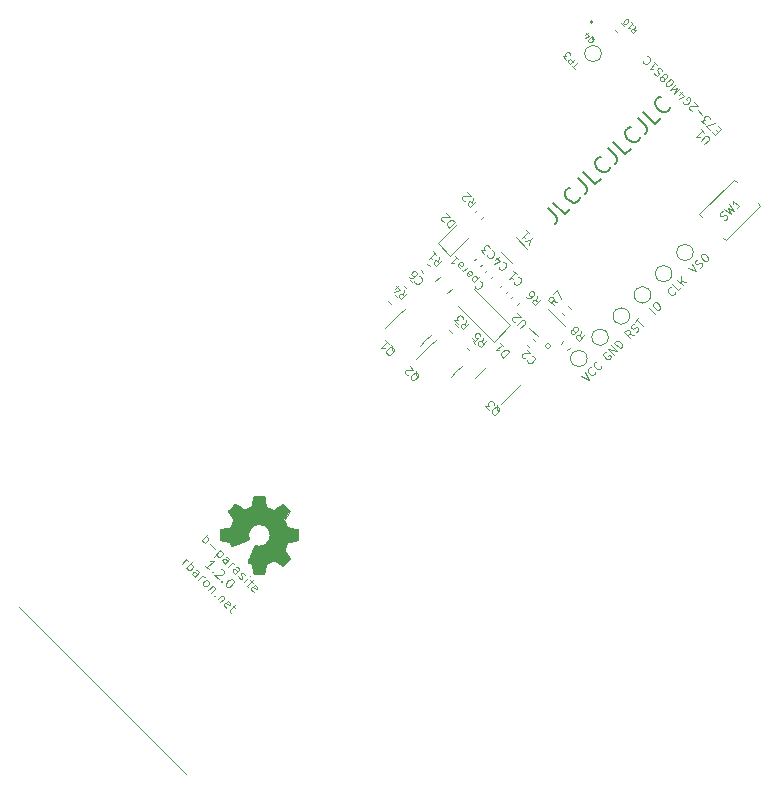
<source format=gbr>
G04 #@! TF.GenerationSoftware,KiCad,Pcbnew,(6.0.9)*
G04 #@! TF.CreationDate,2022-11-30T18:40:26+01:00*
G04 #@! TF.ProjectId,parasite - 45deg,70617261-7369-4746-9520-2d2034356465,1.2.0*
G04 #@! TF.SameCoordinates,Original*
G04 #@! TF.FileFunction,Legend,Top*
G04 #@! TF.FilePolarity,Positive*
%FSLAX46Y46*%
G04 Gerber Fmt 4.6, Leading zero omitted, Abs format (unit mm)*
G04 Created by KiCad (PCBNEW (6.0.9)) date 2022-11-30 18:40:26*
%MOMM*%
%LPD*%
G01*
G04 APERTURE LIST*
%ADD10C,0.120000*%
%ADD11C,0.100000*%
%ADD12C,0.200000*%
%ADD13C,0.010000*%
G04 APERTURE END LIST*
D10*
X59570174Y-90537689D02*
X73712309Y-104679825D01*
X104530032Y-68405247D02*
G75*
G03*
X104530032Y-68405247I-199999J0D01*
G01*
D11*
X75013656Y-84872483D02*
X75579341Y-84306798D01*
X75363842Y-84522297D02*
X75444654Y-84549235D01*
X75552404Y-84656984D01*
X75579341Y-84737796D01*
X75579341Y-84791671D01*
X75552404Y-84872483D01*
X75390779Y-85034108D01*
X75309967Y-85061045D01*
X75256092Y-85061045D01*
X75175280Y-85034108D01*
X75067530Y-84926358D01*
X75040593Y-84845546D01*
X75740966Y-85168795D02*
X76171964Y-85599793D01*
X76602962Y-85707543D02*
X76037277Y-86273228D01*
X76576025Y-85734480D02*
X76656837Y-85761418D01*
X76764587Y-85869167D01*
X76791524Y-85949979D01*
X76791524Y-86003854D01*
X76764587Y-86084666D01*
X76602962Y-86246291D01*
X76522150Y-86273228D01*
X76468275Y-86273228D01*
X76387463Y-86246291D01*
X76279714Y-86138541D01*
X76252776Y-86057729D01*
X76980086Y-86838914D02*
X77276397Y-86542602D01*
X77303335Y-86461790D01*
X77276397Y-86380978D01*
X77168648Y-86273228D01*
X77087836Y-86246291D01*
X77007023Y-86811976D02*
X76926211Y-86785039D01*
X76791524Y-86650352D01*
X76764587Y-86569540D01*
X76791524Y-86488727D01*
X76845399Y-86434853D01*
X76926211Y-86407915D01*
X77007023Y-86434853D01*
X77141710Y-86569540D01*
X77222523Y-86596477D01*
X77249460Y-87108288D02*
X77626584Y-86731164D01*
X77518834Y-86838914D02*
X77599646Y-86811976D01*
X77653521Y-86811976D01*
X77734333Y-86838914D01*
X77788208Y-86892788D01*
X77842083Y-87700910D02*
X78138394Y-87404599D01*
X78165332Y-87323787D01*
X78138394Y-87242975D01*
X78030645Y-87135225D01*
X77949832Y-87108288D01*
X77869020Y-87673973D02*
X77788208Y-87647036D01*
X77653521Y-87512349D01*
X77626584Y-87431536D01*
X77653521Y-87350724D01*
X77707396Y-87296849D01*
X77788208Y-87269912D01*
X77869020Y-87296849D01*
X78003707Y-87431536D01*
X78084519Y-87458474D01*
X78111457Y-87916410D02*
X78138394Y-87997222D01*
X78246144Y-88104971D01*
X78326956Y-88131909D01*
X78407768Y-88104971D01*
X78434706Y-88078034D01*
X78461643Y-87997222D01*
X78434706Y-87916410D01*
X78353893Y-87835597D01*
X78326956Y-87754785D01*
X78353893Y-87673973D01*
X78380831Y-87647036D01*
X78461643Y-87620098D01*
X78542455Y-87647036D01*
X78623267Y-87727848D01*
X78650205Y-87808660D01*
X78569393Y-88428220D02*
X78946516Y-88051097D01*
X79135078Y-87862535D02*
X79081203Y-87862535D01*
X79081203Y-87916410D01*
X79135078Y-87916410D01*
X79135078Y-87862535D01*
X79081203Y-87916410D01*
X79135078Y-88239658D02*
X79350577Y-88455158D01*
X79404452Y-88131909D02*
X78919579Y-88616782D01*
X78892641Y-88697594D01*
X78919579Y-88778406D01*
X78973454Y-88832281D01*
X79404452Y-89209405D02*
X79323640Y-89182468D01*
X79215890Y-89074718D01*
X79188953Y-88993906D01*
X79215890Y-88913093D01*
X79431389Y-88697594D01*
X79512202Y-88670657D01*
X79593014Y-88697594D01*
X79700763Y-88805344D01*
X79727701Y-88886156D01*
X79700763Y-88966968D01*
X79646889Y-89020843D01*
X79323640Y-88805344D01*
X75638334Y-87318669D02*
X75315085Y-86995420D01*
X75476709Y-87157045D02*
X76042395Y-86591359D01*
X75907708Y-86618297D01*
X75799958Y-86618297D01*
X75719146Y-86591359D01*
X75934645Y-87507231D02*
X75934645Y-87561106D01*
X75880770Y-87561106D01*
X75880770Y-87507231D01*
X75934645Y-87507231D01*
X75880770Y-87561106D01*
X76635017Y-87291732D02*
X76688892Y-87291732D01*
X76769704Y-87318669D01*
X76904391Y-87453356D01*
X76931329Y-87534168D01*
X76931329Y-87588043D01*
X76904391Y-87668855D01*
X76850517Y-87722730D01*
X76742767Y-87776605D01*
X76096269Y-87776605D01*
X76446456Y-88126791D01*
X76742767Y-88315353D02*
X76742767Y-88369228D01*
X76688892Y-88369228D01*
X76688892Y-88315353D01*
X76742767Y-88315353D01*
X76688892Y-88369228D01*
X77631701Y-88180666D02*
X77685576Y-88234541D01*
X77712513Y-88315353D01*
X77712513Y-88369228D01*
X77685576Y-88450040D01*
X77604764Y-88584727D01*
X77470077Y-88719414D01*
X77335390Y-88800226D01*
X77254578Y-88827164D01*
X77200703Y-88827164D01*
X77119891Y-88800226D01*
X77066016Y-88746351D01*
X77039078Y-88665539D01*
X77039078Y-88611664D01*
X77066016Y-88530852D01*
X77146828Y-88396165D01*
X77281515Y-88261478D01*
X77416202Y-88180666D01*
X77497014Y-88153729D01*
X77550889Y-88153729D01*
X77631701Y-88180666D01*
X73340303Y-86842147D02*
X73717427Y-86465023D01*
X73609677Y-86572773D02*
X73690490Y-86545836D01*
X73744364Y-86545836D01*
X73825177Y-86572773D01*
X73879051Y-86626648D01*
X73690490Y-87192333D02*
X74256175Y-86626648D01*
X74040676Y-86842147D02*
X74121488Y-86869084D01*
X74229238Y-86976834D01*
X74256175Y-87057646D01*
X74256175Y-87111521D01*
X74229238Y-87192333D01*
X74067613Y-87353958D01*
X73986801Y-87380895D01*
X73932926Y-87380895D01*
X73852114Y-87353958D01*
X73744364Y-87246208D01*
X73717427Y-87165396D01*
X74444737Y-87946580D02*
X74741048Y-87650269D01*
X74767986Y-87569457D01*
X74741048Y-87488645D01*
X74633299Y-87380895D01*
X74552486Y-87353958D01*
X74471674Y-87919643D02*
X74390862Y-87892706D01*
X74256175Y-87758019D01*
X74229238Y-87677206D01*
X74256175Y-87596394D01*
X74310050Y-87542519D01*
X74390862Y-87515582D01*
X74471674Y-87542519D01*
X74606361Y-87677206D01*
X74687173Y-87704144D01*
X74714111Y-88215954D02*
X75091234Y-87838831D01*
X74983485Y-87946580D02*
X75064297Y-87919643D01*
X75118172Y-87919643D01*
X75198984Y-87946580D01*
X75252859Y-88000455D01*
X75145109Y-88646953D02*
X75118172Y-88566141D01*
X75118172Y-88512266D01*
X75145109Y-88431454D01*
X75306734Y-88269829D01*
X75387546Y-88242892D01*
X75441421Y-88242892D01*
X75522233Y-88269829D01*
X75603045Y-88350641D01*
X75629982Y-88431454D01*
X75629982Y-88485328D01*
X75603045Y-88566141D01*
X75441421Y-88727765D01*
X75360608Y-88754703D01*
X75306734Y-88754703D01*
X75225921Y-88727765D01*
X75145109Y-88646953D01*
X75953231Y-88700828D02*
X75576108Y-89077951D01*
X75899357Y-88754703D02*
X75953231Y-88754703D01*
X76034044Y-88781640D01*
X76114856Y-88862452D01*
X76141793Y-88943264D01*
X76114856Y-89024077D01*
X75818544Y-89320388D01*
X76141793Y-89535887D02*
X76141793Y-89589762D01*
X76087918Y-89589762D01*
X76087918Y-89535887D01*
X76141793Y-89535887D01*
X76087918Y-89589762D01*
X76734416Y-89482012D02*
X76357292Y-89859136D01*
X76680541Y-89535887D02*
X76734416Y-89535887D01*
X76815228Y-89562825D01*
X76896040Y-89643637D01*
X76922978Y-89724449D01*
X76896040Y-89805261D01*
X76599729Y-90101573D01*
X77111540Y-90559508D02*
X77030727Y-90532571D01*
X76922978Y-90424821D01*
X76896040Y-90344009D01*
X76922978Y-90263197D01*
X77138477Y-90047698D01*
X77219289Y-90020760D01*
X77300101Y-90047698D01*
X77407851Y-90155447D01*
X77434788Y-90236260D01*
X77407851Y-90317072D01*
X77353976Y-90370947D01*
X77030727Y-90155447D01*
X77650288Y-90397884D02*
X77865787Y-90613383D01*
X77919662Y-90290134D02*
X77434788Y-90775008D01*
X77407851Y-90855820D01*
X77434788Y-90936632D01*
X77488663Y-90990507D01*
D12*
X104306462Y-56737984D02*
X105013569Y-57445091D01*
X105107850Y-57633653D01*
X105107850Y-57822215D01*
X105013569Y-58010776D01*
X104919288Y-58105057D01*
X106239221Y-56785125D02*
X105767816Y-57256529D01*
X104777867Y-56266580D01*
X107040609Y-55795175D02*
X107040609Y-55889456D01*
X106946328Y-56078018D01*
X106852047Y-56172299D01*
X106663485Y-56266580D01*
X106474923Y-56266580D01*
X106333502Y-56219439D01*
X106097800Y-56078018D01*
X105956378Y-55936596D01*
X105814957Y-55700894D01*
X105767816Y-55559473D01*
X105767816Y-55370911D01*
X105862097Y-55182349D01*
X105956378Y-55088068D01*
X106144940Y-54993787D01*
X106239221Y-54993787D01*
X106852047Y-54192400D02*
X107559154Y-54899507D01*
X107653435Y-55088068D01*
X107653435Y-55276630D01*
X107559154Y-55465192D01*
X107464873Y-55559473D01*
X108784805Y-54239540D02*
X108313401Y-54710945D01*
X107323451Y-53720995D01*
X109586193Y-53249591D02*
X109586193Y-53343872D01*
X109491912Y-53532433D01*
X109397631Y-53626714D01*
X109209069Y-53720995D01*
X109020508Y-53720995D01*
X108879086Y-53673855D01*
X108643384Y-53532433D01*
X108501963Y-53391012D01*
X108360541Y-53155310D01*
X108313401Y-53013888D01*
X108313401Y-52825327D01*
X108407682Y-52636765D01*
X108501963Y-52542484D01*
X108690524Y-52448203D01*
X108784805Y-52448203D01*
X109397631Y-51646815D02*
X110104738Y-52353922D01*
X110199019Y-52542484D01*
X110199019Y-52731046D01*
X110104738Y-52919608D01*
X110010457Y-53013888D01*
X111330390Y-51693956D02*
X110858985Y-52165360D01*
X109869036Y-51175411D01*
X112131777Y-50704006D02*
X112131777Y-50798287D01*
X112037497Y-50986849D01*
X111943216Y-51081130D01*
X111754654Y-51175411D01*
X111566092Y-51175411D01*
X111424671Y-51128270D01*
X111188968Y-50986849D01*
X111047547Y-50845428D01*
X110906126Y-50609725D01*
X110858985Y-50468304D01*
X110858985Y-50279742D01*
X110953266Y-50091180D01*
X111047547Y-49996900D01*
X111236109Y-49902619D01*
X111330390Y-49902619D01*
X111943216Y-49101231D02*
X112650322Y-49808338D01*
X112744603Y-49996900D01*
X112744603Y-50185461D01*
X112650322Y-50374023D01*
X112556042Y-50468304D01*
X113875974Y-49148371D02*
X113404570Y-49619776D01*
X112414620Y-48629826D01*
X114677362Y-48158422D02*
X114677362Y-48252703D01*
X114583081Y-48441265D01*
X114488800Y-48535545D01*
X114300238Y-48629826D01*
X114111676Y-48629826D01*
X113970255Y-48582686D01*
X113734553Y-48441265D01*
X113593132Y-48299843D01*
X113451710Y-48064141D01*
X113404570Y-47922720D01*
X113404570Y-47734158D01*
X113498851Y-47545596D01*
X113593132Y-47451315D01*
X113781693Y-47357034D01*
X113875974Y-47357034D01*
D10*
X101831588Y-62583401D02*
X101878728Y-62583401D01*
X101973009Y-62630541D01*
X102020150Y-62677681D01*
X102067290Y-62771962D01*
X102067290Y-62866243D01*
X102043720Y-62936954D01*
X101973009Y-63054805D01*
X101902299Y-63125516D01*
X101784448Y-63196226D01*
X101713737Y-63219797D01*
X101619456Y-63219797D01*
X101525175Y-63172656D01*
X101478035Y-63125516D01*
X101430894Y-63031235D01*
X101430894Y-62984094D01*
X101407324Y-62064856D02*
X101690167Y-62347698D01*
X101548745Y-62206277D02*
X101053771Y-62701252D01*
X101171622Y-62677681D01*
X101265903Y-62677681D01*
X101336613Y-62701252D01*
X93417018Y-62512690D02*
X93464158Y-62512690D01*
X93558439Y-62559830D01*
X93605580Y-62606970D01*
X93652720Y-62701251D01*
X93652720Y-62795532D01*
X93629150Y-62866243D01*
X93558439Y-62984094D01*
X93487729Y-63054805D01*
X93369878Y-63125515D01*
X93299167Y-63149086D01*
X93204886Y-63149086D01*
X93110605Y-63101945D01*
X93063465Y-63054805D01*
X93016324Y-62960524D01*
X93016324Y-62913383D01*
X92544920Y-62536260D02*
X92639201Y-62630541D01*
X92709911Y-62654111D01*
X92757052Y-62654111D01*
X92874903Y-62630541D01*
X92992754Y-62559830D01*
X93181316Y-62371268D01*
X93204886Y-62300558D01*
X93204886Y-62253417D01*
X93181316Y-62182706D01*
X93087035Y-62088426D01*
X93016324Y-62064855D01*
X92969184Y-62064855D01*
X92898473Y-62088426D01*
X92780622Y-62206277D01*
X92757052Y-62276987D01*
X92757052Y-62324128D01*
X92780622Y-62394838D01*
X92874903Y-62489119D01*
X92945613Y-62512690D01*
X92992754Y-62512690D01*
X93063465Y-62489119D01*
X103424314Y-64172655D02*
X103353604Y-64573349D01*
X103707157Y-64455498D02*
X103212182Y-64950473D01*
X103023621Y-64761911D01*
X103000050Y-64691200D01*
X103000050Y-64644060D01*
X103023621Y-64573349D01*
X103094331Y-64502638D01*
X103165042Y-64479068D01*
X103212182Y-64479068D01*
X103282893Y-64502638D01*
X103471455Y-64691200D01*
X102505076Y-64243366D02*
X102599357Y-64337647D01*
X102670067Y-64361217D01*
X102717208Y-64361217D01*
X102835059Y-64337647D01*
X102952910Y-64266936D01*
X103141472Y-64078374D01*
X103165042Y-64007664D01*
X103165042Y-63960523D01*
X103141472Y-63889812D01*
X103047191Y-63795532D01*
X102976480Y-63771961D01*
X102929340Y-63771961D01*
X102858629Y-63795532D01*
X102740778Y-63913383D01*
X102717208Y-63984093D01*
X102717208Y-64031234D01*
X102740778Y-64101944D01*
X102835059Y-64196225D01*
X102905769Y-64219796D01*
X102952910Y-64219796D01*
X103023621Y-64196225D01*
X98838169Y-67698139D02*
X98767459Y-68098833D01*
X99121012Y-67980982D02*
X98626037Y-68475957D01*
X98437476Y-68287395D01*
X98413905Y-68216684D01*
X98413905Y-68169544D01*
X98437476Y-68098833D01*
X98508186Y-68028122D01*
X98578897Y-68004552D01*
X98626037Y-68004552D01*
X98696748Y-68028122D01*
X98885310Y-68216684D01*
X97895360Y-67745280D02*
X98131063Y-67980982D01*
X98390335Y-67768850D01*
X98343195Y-67768850D01*
X98272484Y-67745280D01*
X98154633Y-67627428D01*
X98131063Y-67556718D01*
X98131063Y-67509577D01*
X98154633Y-67438867D01*
X98272484Y-67321016D01*
X98343195Y-67297445D01*
X98390335Y-67297445D01*
X98461046Y-67321016D01*
X98578897Y-67438867D01*
X98602467Y-67509577D01*
X98602467Y-67556718D01*
X92120656Y-63667630D02*
X92049946Y-64068324D01*
X92403499Y-63950473D02*
X91908524Y-64445448D01*
X91719963Y-64256886D01*
X91696392Y-64186175D01*
X91696392Y-64139035D01*
X91719963Y-64068324D01*
X91790673Y-63997613D01*
X91861384Y-63974043D01*
X91908524Y-63974043D01*
X91979235Y-63997613D01*
X92167797Y-64186175D01*
X91366409Y-63573349D02*
X91696392Y-63243366D01*
X91295699Y-63879762D02*
X91767103Y-63644060D01*
X91460690Y-63337647D01*
X97353245Y-66213215D02*
X97282535Y-66613909D01*
X97636088Y-66496058D02*
X97141113Y-66991033D01*
X96952552Y-66802471D01*
X96928981Y-66731760D01*
X96928981Y-66684620D01*
X96952552Y-66613909D01*
X97023262Y-66543198D01*
X97093973Y-66519628D01*
X97141113Y-66519628D01*
X97211824Y-66543198D01*
X97400386Y-66731760D01*
X96693279Y-66543198D02*
X96386866Y-66236785D01*
X96740420Y-66213215D01*
X96669709Y-66142504D01*
X96646139Y-66071794D01*
X96646139Y-66024653D01*
X96669709Y-65953943D01*
X96787560Y-65836092D01*
X96858271Y-65812521D01*
X96905411Y-65812521D01*
X96976122Y-65836092D01*
X97117543Y-65977513D01*
X97141113Y-66048224D01*
X97141113Y-66095364D01*
X95069290Y-60860417D02*
X94998580Y-61261111D01*
X95352133Y-61143260D02*
X94857158Y-61638235D01*
X94668597Y-61449673D01*
X94645026Y-61378962D01*
X94645026Y-61331822D01*
X94668597Y-61261111D01*
X94739307Y-61190400D01*
X94810018Y-61166830D01*
X94857158Y-61166830D01*
X94927869Y-61190400D01*
X95116431Y-61378962D01*
X94597886Y-60389013D02*
X94880729Y-60671855D01*
X94739307Y-60530434D02*
X94244333Y-61025409D01*
X94362184Y-61001838D01*
X94456465Y-61001838D01*
X94527175Y-61025409D01*
X113397416Y-65659232D02*
X112902441Y-65164257D01*
X113232425Y-64834274D02*
X113326705Y-64739993D01*
X113397416Y-64716423D01*
X113491697Y-64716423D01*
X113609548Y-64787134D01*
X113774540Y-64952125D01*
X113845250Y-65069976D01*
X113845250Y-65164257D01*
X113821680Y-65234968D01*
X113727399Y-65329249D01*
X113656689Y-65352819D01*
X113562408Y-65352819D01*
X113444557Y-65282109D01*
X113279565Y-65117117D01*
X113208854Y-64999266D01*
X113208854Y-64904985D01*
X113232425Y-64834274D01*
X115110971Y-63851396D02*
X115110971Y-63898536D01*
X115063831Y-63992817D01*
X115016690Y-64039958D01*
X114922410Y-64087098D01*
X114828129Y-64087098D01*
X114757418Y-64063528D01*
X114639567Y-63992817D01*
X114568856Y-63922107D01*
X114498145Y-63804256D01*
X114474575Y-63733545D01*
X114474575Y-63639264D01*
X114521716Y-63544983D01*
X114568856Y-63497843D01*
X114663137Y-63450702D01*
X114710278Y-63450702D01*
X115605946Y-63450702D02*
X115370244Y-63686404D01*
X114875269Y-63191430D01*
X115770938Y-63285711D02*
X115275963Y-62790736D01*
X116053780Y-63002868D02*
X115558806Y-62932157D01*
X115558806Y-62507893D02*
X115558806Y-63073579D01*
X111589580Y-67467068D02*
X111188886Y-67396358D01*
X111306737Y-67749911D02*
X110811763Y-67254936D01*
X111000324Y-67066374D01*
X111071035Y-67042804D01*
X111118176Y-67042804D01*
X111188886Y-67066374D01*
X111259597Y-67137085D01*
X111283167Y-67207796D01*
X111283167Y-67254936D01*
X111259597Y-67325647D01*
X111071035Y-67514209D01*
X111754572Y-67254936D02*
X111848853Y-67207796D01*
X111966704Y-67089945D01*
X111990274Y-67019234D01*
X111990274Y-66972094D01*
X111966704Y-66901383D01*
X111919563Y-66854242D01*
X111848853Y-66830672D01*
X111801712Y-66830672D01*
X111731001Y-66854242D01*
X111613150Y-66924953D01*
X111542440Y-66948523D01*
X111495299Y-66948523D01*
X111424588Y-66924953D01*
X111377448Y-66877813D01*
X111353878Y-66807102D01*
X111353878Y-66759961D01*
X111377448Y-66689251D01*
X111495299Y-66571400D01*
X111589580Y-66524259D01*
X111707431Y-66359268D02*
X111990274Y-66076425D01*
X112343827Y-66712821D02*
X111848853Y-66217846D01*
X109216058Y-68897782D02*
X109145347Y-68921352D01*
X109074636Y-68992063D01*
X109027496Y-69086344D01*
X109027496Y-69180624D01*
X109051066Y-69251335D01*
X109121777Y-69369186D01*
X109192487Y-69439897D01*
X109310338Y-69510608D01*
X109381049Y-69534178D01*
X109475330Y-69534178D01*
X109569611Y-69487037D01*
X109616751Y-69439897D01*
X109663892Y-69345616D01*
X109663892Y-69298476D01*
X109498900Y-69133484D01*
X109404619Y-69227765D01*
X109923164Y-69133484D02*
X109428190Y-68638509D01*
X110206007Y-68850641D01*
X109711032Y-68355667D01*
X110441709Y-68614939D02*
X109946735Y-68119964D01*
X110064586Y-68002113D01*
X110158867Y-67954973D01*
X110253147Y-67954973D01*
X110323858Y-67978543D01*
X110441709Y-68049254D01*
X110512420Y-68119964D01*
X110583131Y-68237815D01*
X110606701Y-68308526D01*
X110606701Y-68402807D01*
X110559560Y-68497088D01*
X110441709Y-68614939D01*
X107113594Y-70953105D02*
X107773560Y-71283088D01*
X107443577Y-70623122D01*
X108339245Y-70623122D02*
X108339245Y-70670263D01*
X108292105Y-70764543D01*
X108244964Y-70811684D01*
X108150684Y-70858824D01*
X108056403Y-70858824D01*
X107985692Y-70835254D01*
X107867841Y-70764543D01*
X107797130Y-70693833D01*
X107726419Y-70575982D01*
X107702849Y-70505271D01*
X107702849Y-70410990D01*
X107749990Y-70316709D01*
X107797130Y-70269569D01*
X107891411Y-70222428D01*
X107938551Y-70222428D01*
X108834220Y-70128147D02*
X108834220Y-70175288D01*
X108787080Y-70269569D01*
X108739939Y-70316709D01*
X108645658Y-70363850D01*
X108551377Y-70363850D01*
X108480667Y-70340279D01*
X108362816Y-70269569D01*
X108292105Y-70198858D01*
X108221394Y-70081007D01*
X108197824Y-70010296D01*
X108197824Y-69916015D01*
X108244964Y-69821734D01*
X108292105Y-69774594D01*
X108386386Y-69727453D01*
X108433526Y-69727453D01*
X97944237Y-55864150D02*
X97873527Y-56264844D01*
X98227080Y-56146993D02*
X97732105Y-56641968D01*
X97543544Y-56453406D01*
X97519973Y-56382695D01*
X97519973Y-56335555D01*
X97543544Y-56264844D01*
X97614254Y-56194133D01*
X97684965Y-56170563D01*
X97732105Y-56170563D01*
X97802816Y-56194133D01*
X97991378Y-56382695D01*
X97307841Y-56123423D02*
X97260701Y-56123423D01*
X97189990Y-56099852D01*
X97072139Y-55982001D01*
X97048569Y-55911291D01*
X97048569Y-55864150D01*
X97072139Y-55793439D01*
X97119280Y-55746299D01*
X97213560Y-55699159D01*
X97779246Y-55699159D01*
X97472833Y-55392746D01*
X102962959Y-69230205D02*
X103010099Y-69230205D01*
X103104380Y-69277345D01*
X103151521Y-69324485D01*
X103198661Y-69418766D01*
X103198661Y-69513047D01*
X103175091Y-69583758D01*
X103104380Y-69701609D01*
X103033670Y-69772320D01*
X102915819Y-69843030D01*
X102845108Y-69866601D01*
X102750827Y-69866601D01*
X102656546Y-69819460D01*
X102609406Y-69772320D01*
X102562265Y-69678039D01*
X102562265Y-69630898D01*
X102373703Y-69442337D02*
X102326563Y-69442337D01*
X102255852Y-69418766D01*
X102138001Y-69300915D01*
X102114431Y-69230205D01*
X102114431Y-69183064D01*
X102138001Y-69112353D01*
X102185142Y-69065213D01*
X102279422Y-69018073D01*
X102845108Y-69018073D01*
X102538695Y-68711660D01*
X99981326Y-73413919D02*
X100004896Y-73484630D01*
X100004896Y-73578911D01*
X100004896Y-73720332D01*
X100028466Y-73791043D01*
X100075606Y-73838183D01*
X100169887Y-73696762D02*
X100193458Y-73767473D01*
X100193458Y-73861754D01*
X100122747Y-73979605D01*
X99957755Y-74144596D01*
X99839904Y-74215307D01*
X99745623Y-74215307D01*
X99674913Y-74191737D01*
X99580632Y-74097456D01*
X99557061Y-74026745D01*
X99557061Y-73932464D01*
X99627772Y-73814613D01*
X99792764Y-73649622D01*
X99910615Y-73578911D01*
X100004896Y-73578911D01*
X100075606Y-73602481D01*
X100169887Y-73696762D01*
X99297789Y-73814613D02*
X98991376Y-73508200D01*
X99344929Y-73484630D01*
X99274219Y-73413919D01*
X99250649Y-73343209D01*
X99250649Y-73296068D01*
X99274219Y-73225358D01*
X99392070Y-73107506D01*
X99462781Y-73083936D01*
X99509921Y-73083936D01*
X99580632Y-73107506D01*
X99722053Y-73248928D01*
X99745623Y-73319638D01*
X99745623Y-73366779D01*
X102821539Y-59424990D02*
X103057241Y-59189288D01*
X102727258Y-59849254D02*
X102821539Y-59424990D01*
X102397275Y-59519271D01*
X102467985Y-58600032D02*
X102750828Y-58882875D01*
X102609407Y-58741453D02*
X102114432Y-59236428D01*
X102232283Y-59212858D01*
X102326564Y-59212858D01*
X102397275Y-59236428D01*
X96459312Y-57914760D02*
X95964337Y-58409735D01*
X95846486Y-58291883D01*
X95799346Y-58197603D01*
X95799346Y-58103322D01*
X95822916Y-58032611D01*
X95893627Y-57914760D01*
X95964337Y-57844049D01*
X96082189Y-57773339D01*
X96152899Y-57749768D01*
X96247180Y-57749768D01*
X96341461Y-57796909D01*
X96459312Y-57914760D01*
X95540073Y-57891190D02*
X95492933Y-57891190D01*
X95422222Y-57867619D01*
X95304371Y-57749768D01*
X95280801Y-57679058D01*
X95280801Y-57631917D01*
X95304371Y-57561206D01*
X95351512Y-57514066D01*
X95445792Y-57466926D01*
X96011478Y-57466926D01*
X95705065Y-57160513D01*
X100558796Y-61310609D02*
X100605936Y-61310609D01*
X100700217Y-61357749D01*
X100747358Y-61404889D01*
X100794498Y-61499170D01*
X100794498Y-61593451D01*
X100770928Y-61664162D01*
X100700217Y-61782013D01*
X100629507Y-61852724D01*
X100511656Y-61923434D01*
X100440945Y-61947005D01*
X100346664Y-61947005D01*
X100252383Y-61899864D01*
X100205243Y-61852724D01*
X100158102Y-61758443D01*
X100158102Y-61711302D01*
X99851689Y-61169187D02*
X100181672Y-60839204D01*
X99780979Y-61475600D02*
X100252383Y-61239898D01*
X99945970Y-60933485D01*
X99568847Y-60320659D02*
X99615987Y-60320659D01*
X99710268Y-60367799D01*
X99757409Y-60414939D01*
X99804549Y-60509220D01*
X99804549Y-60603501D01*
X99780979Y-60674212D01*
X99710268Y-60792063D01*
X99639558Y-60862774D01*
X99521707Y-60933484D01*
X99450996Y-60957055D01*
X99356715Y-60957055D01*
X99262434Y-60909914D01*
X99215294Y-60862774D01*
X99168153Y-60768493D01*
X99168153Y-60721352D01*
X98956021Y-60603501D02*
X98649608Y-60297088D01*
X99003162Y-60273518D01*
X98932451Y-60202807D01*
X98908881Y-60132097D01*
X98908881Y-60084956D01*
X98932451Y-60014246D01*
X99050302Y-59896395D01*
X99121013Y-59872824D01*
X99168153Y-59872824D01*
X99238864Y-59896395D01*
X99380285Y-60037816D01*
X99403855Y-60108527D01*
X99403855Y-60155667D01*
X98545278Y-62923433D02*
X98592418Y-62923433D01*
X98686699Y-62970573D01*
X98733840Y-63017713D01*
X98780980Y-63111994D01*
X98780980Y-63206275D01*
X98757410Y-63276986D01*
X98686699Y-63394837D01*
X98615989Y-63465548D01*
X98498137Y-63536258D01*
X98427427Y-63559829D01*
X98333146Y-63559829D01*
X98238865Y-63512688D01*
X98191725Y-63465548D01*
X98144584Y-63371267D01*
X98144584Y-63324126D01*
X98050303Y-62994143D02*
X98545278Y-62499168D01*
X98073873Y-62970573D02*
X98003163Y-62947003D01*
X97908882Y-62852722D01*
X97885312Y-62782011D01*
X97885312Y-62734871D01*
X97908882Y-62664160D01*
X98050303Y-62522739D01*
X98121014Y-62499168D01*
X98168154Y-62499168D01*
X98238865Y-62522739D01*
X98333146Y-62617020D01*
X98356716Y-62687730D01*
X97720320Y-62004194D02*
X97461048Y-62263466D01*
X97437477Y-62334177D01*
X97461048Y-62404888D01*
X97555328Y-62499168D01*
X97626039Y-62522739D01*
X97696750Y-62027764D02*
X97767460Y-62051334D01*
X97885312Y-62169185D01*
X97908882Y-62239896D01*
X97885312Y-62310607D01*
X97838171Y-62357747D01*
X97767460Y-62381317D01*
X97696750Y-62357747D01*
X97578899Y-62239896D01*
X97508188Y-62216326D01*
X97484618Y-61768491D02*
X97154635Y-62098475D01*
X97248915Y-62004194D02*
X97178205Y-62027764D01*
X97131064Y-62027764D01*
X97060354Y-62004194D01*
X97013213Y-61957053D01*
X96966073Y-61249946D02*
X96706800Y-61509219D01*
X96683230Y-61579930D01*
X96706800Y-61650640D01*
X96801081Y-61744921D01*
X96871792Y-61768491D01*
X96942503Y-61273517D02*
X97013213Y-61297087D01*
X97131064Y-61414938D01*
X97154635Y-61485649D01*
X97131064Y-61556359D01*
X97083924Y-61603500D01*
X97013213Y-61627070D01*
X96942503Y-61603500D01*
X96824651Y-61485649D01*
X96753941Y-61462078D01*
X96471098Y-60754972D02*
X96753941Y-61037814D01*
X96612519Y-60896393D02*
X96117545Y-61391368D01*
X96235396Y-61367798D01*
X96329677Y-61367798D01*
X96400387Y-61391368D01*
X105118457Y-64691756D02*
X104717763Y-64621046D01*
X104835614Y-64974599D02*
X104340639Y-64479624D01*
X104529201Y-64291063D01*
X104599912Y-64267492D01*
X104647052Y-64267492D01*
X104717763Y-64291063D01*
X104788474Y-64361773D01*
X104812044Y-64432484D01*
X104812044Y-64479624D01*
X104788474Y-64550335D01*
X104599912Y-64738897D01*
X104788474Y-64031790D02*
X105118457Y-63701807D01*
X105401300Y-64408914D01*
X107136625Y-67177858D02*
X107065915Y-67578552D01*
X107419468Y-67460701D02*
X106924493Y-67955676D01*
X106735932Y-67767114D01*
X106712361Y-67696403D01*
X106712361Y-67649263D01*
X106735932Y-67578552D01*
X106806642Y-67507841D01*
X106877353Y-67484271D01*
X106924493Y-67484271D01*
X106995204Y-67507841D01*
X107183766Y-67696403D01*
X106570940Y-67177858D02*
X106594510Y-67248569D01*
X106594510Y-67295709D01*
X106570940Y-67366420D01*
X106547370Y-67389990D01*
X106476659Y-67413560D01*
X106429519Y-67413560D01*
X106358808Y-67389990D01*
X106264527Y-67295709D01*
X106240957Y-67224999D01*
X106240957Y-67177858D01*
X106264527Y-67107147D01*
X106288097Y-67083577D01*
X106358808Y-67060007D01*
X106405948Y-67060007D01*
X106476659Y-67083577D01*
X106570940Y-67177858D01*
X106641651Y-67201428D01*
X106688791Y-67201428D01*
X106759502Y-67177858D01*
X106853783Y-67083577D01*
X106877353Y-67012867D01*
X106877353Y-66965726D01*
X106853783Y-66895015D01*
X106759502Y-66800735D01*
X106688791Y-66777164D01*
X106641651Y-66777164D01*
X106570940Y-66800735D01*
X106476659Y-66895015D01*
X106453089Y-66965726D01*
X106453089Y-67012867D01*
X106476659Y-67083577D01*
X93122391Y-70514782D02*
X93145961Y-70585493D01*
X93145961Y-70679774D01*
X93145961Y-70821195D01*
X93169531Y-70891906D01*
X93216671Y-70939046D01*
X93310952Y-70797625D02*
X93334523Y-70868336D01*
X93334523Y-70962617D01*
X93263812Y-71080468D01*
X93098820Y-71245459D01*
X92980969Y-71316170D01*
X92886688Y-71316170D01*
X92815978Y-71292600D01*
X92721697Y-71198319D01*
X92698126Y-71127608D01*
X92698126Y-71033327D01*
X92768837Y-70915476D01*
X92933829Y-70750485D01*
X93051680Y-70679774D01*
X93145961Y-70679774D01*
X93216671Y-70703344D01*
X93310952Y-70797625D01*
X92462424Y-70844766D02*
X92415284Y-70844766D01*
X92344573Y-70821195D01*
X92226722Y-70703344D01*
X92203152Y-70632633D01*
X92203152Y-70585493D01*
X92226722Y-70514782D01*
X92273862Y-70467642D01*
X92368143Y-70420501D01*
X92933829Y-70420501D01*
X92627416Y-70114089D01*
X101986531Y-66906801D02*
X102387224Y-66506107D01*
X102410795Y-66435396D01*
X102410795Y-66388256D01*
X102387224Y-66317545D01*
X102292943Y-66223264D01*
X102222233Y-66199694D01*
X102175092Y-66199694D01*
X102104382Y-66223264D01*
X101703688Y-66623958D01*
X101538696Y-66364686D02*
X101491556Y-66364686D01*
X101420845Y-66341115D01*
X101302994Y-66223264D01*
X101279424Y-66152553D01*
X101279424Y-66105413D01*
X101302994Y-66034702D01*
X101350134Y-65987562D01*
X101444415Y-65940421D01*
X102010101Y-65940421D01*
X101703688Y-65634009D01*
X101030201Y-68900221D02*
X100535226Y-69395196D01*
X100417375Y-69277344D01*
X100370235Y-69183064D01*
X100370235Y-69088783D01*
X100393805Y-69018072D01*
X100464516Y-68900221D01*
X100535226Y-68829510D01*
X100653078Y-68758800D01*
X100723788Y-68735229D01*
X100818069Y-68735229D01*
X100912350Y-68782370D01*
X101030201Y-68900221D01*
X100275954Y-68145974D02*
X100558797Y-68428816D01*
X100417375Y-68287395D02*
X99922401Y-68782370D01*
X100040252Y-68758799D01*
X100134533Y-68758800D01*
X100205243Y-68782370D01*
X116225221Y-61770766D02*
X116885187Y-62100749D01*
X116555204Y-61440783D01*
X117168030Y-61770766D02*
X117262311Y-61723626D01*
X117380162Y-61605775D01*
X117403732Y-61535064D01*
X117403732Y-61487924D01*
X117380162Y-61417213D01*
X117333021Y-61370072D01*
X117262311Y-61346502D01*
X117215170Y-61346502D01*
X117144459Y-61370072D01*
X117026608Y-61440783D01*
X116955898Y-61464353D01*
X116908757Y-61464353D01*
X116838046Y-61440783D01*
X116790906Y-61393643D01*
X116767336Y-61322932D01*
X116767336Y-61275791D01*
X116790906Y-61205081D01*
X116908757Y-61087230D01*
X117003038Y-61040089D01*
X117285881Y-60710106D02*
X117380162Y-60615825D01*
X117450872Y-60592255D01*
X117545153Y-60592255D01*
X117663004Y-60662966D01*
X117827996Y-60827957D01*
X117898707Y-60945808D01*
X117898707Y-61040089D01*
X117875136Y-61110800D01*
X117780855Y-61205081D01*
X117710145Y-61228651D01*
X117615864Y-61228651D01*
X117498013Y-61157940D01*
X117333021Y-60992949D01*
X117262311Y-60875098D01*
X117262311Y-60780817D01*
X117285881Y-60710106D01*
X117542881Y-51350452D02*
X117943574Y-50949758D01*
X117967145Y-50879047D01*
X117967145Y-50831907D01*
X117943574Y-50761196D01*
X117849293Y-50666915D01*
X117778583Y-50643345D01*
X117731442Y-50643345D01*
X117660732Y-50666915D01*
X117260038Y-51067609D01*
X117260038Y-50077660D02*
X117542881Y-50360502D01*
X117401459Y-50219081D02*
X116906484Y-50714056D01*
X117024336Y-50690485D01*
X117118616Y-50690485D01*
X117189327Y-50714056D01*
X118709607Y-50278006D02*
X118544615Y-50113015D01*
X118733177Y-49783032D02*
X118968879Y-50018734D01*
X118473904Y-50513709D01*
X118238202Y-50278006D01*
X118073211Y-50113015D02*
X117743227Y-49783032D01*
X118450334Y-49500189D01*
X117601806Y-49641610D02*
X117295393Y-49335197D01*
X117648946Y-49311627D01*
X117578236Y-49240916D01*
X117554666Y-49170206D01*
X117554666Y-49123065D01*
X117578236Y-49052355D01*
X117696087Y-48934503D01*
X117766798Y-48910933D01*
X117813938Y-48910933D01*
X117884649Y-48934503D01*
X118026070Y-49075925D01*
X118049640Y-49146635D01*
X118049640Y-49193776D01*
X117389674Y-48816652D02*
X117012550Y-48439529D01*
X116541146Y-48486669D02*
X116494005Y-48486669D01*
X116423295Y-48463099D01*
X116305444Y-48345248D01*
X116281873Y-48274537D01*
X116281873Y-48227397D01*
X116305444Y-48156686D01*
X116352584Y-48109546D01*
X116446865Y-48062405D01*
X117012550Y-48062405D01*
X116706137Y-47755992D01*
X115763328Y-47755992D02*
X115786899Y-47826703D01*
X115857609Y-47897414D01*
X115951890Y-47944554D01*
X116046171Y-47944554D01*
X116116882Y-47920984D01*
X116234733Y-47850273D01*
X116305444Y-47779562D01*
X116376154Y-47661711D01*
X116399725Y-47591001D01*
X116399725Y-47496720D01*
X116352584Y-47402439D01*
X116305444Y-47355298D01*
X116211163Y-47308158D01*
X116164022Y-47308158D01*
X115999031Y-47473149D01*
X116093312Y-47567430D01*
X115456915Y-47166737D02*
X115786899Y-46836753D01*
X115386205Y-47473149D02*
X115857609Y-47237447D01*
X115551196Y-46931034D01*
X115527626Y-46577481D02*
X115032651Y-47072456D01*
X115221213Y-46553911D01*
X114702668Y-46742472D01*
X115197643Y-46247498D01*
X114372685Y-46412489D02*
X114325545Y-46365349D01*
X114301974Y-46294638D01*
X114301974Y-46247498D01*
X114325545Y-46176787D01*
X114396255Y-46058936D01*
X114514106Y-45941085D01*
X114631958Y-45870374D01*
X114702668Y-45846804D01*
X114749809Y-45846804D01*
X114820519Y-45870374D01*
X114867660Y-45917515D01*
X114891230Y-45988225D01*
X114891230Y-46035366D01*
X114867660Y-46106076D01*
X114796949Y-46223927D01*
X114679098Y-46341779D01*
X114561247Y-46412489D01*
X114490536Y-46436059D01*
X114443396Y-46436059D01*
X114372685Y-46412489D01*
X114136983Y-45752523D02*
X114160553Y-45823234D01*
X114160553Y-45870374D01*
X114136983Y-45941085D01*
X114113413Y-45964655D01*
X114042702Y-45988225D01*
X113995561Y-45988225D01*
X113924851Y-45964655D01*
X113830570Y-45870374D01*
X113807000Y-45799663D01*
X113807000Y-45752523D01*
X113830570Y-45681812D01*
X113854140Y-45658242D01*
X113924851Y-45634672D01*
X113971991Y-45634672D01*
X114042702Y-45658242D01*
X114136983Y-45752523D01*
X114207693Y-45776093D01*
X114254834Y-45776093D01*
X114325545Y-45752523D01*
X114419826Y-45658242D01*
X114443396Y-45587531D01*
X114443396Y-45540391D01*
X114419826Y-45469680D01*
X114325545Y-45375399D01*
X114254834Y-45351829D01*
X114207693Y-45351829D01*
X114136983Y-45375399D01*
X114042702Y-45469680D01*
X114019132Y-45540391D01*
X114019132Y-45587531D01*
X114042702Y-45658242D01*
X114019132Y-45116127D02*
X113971991Y-45021846D01*
X113854140Y-44903995D01*
X113783429Y-44880425D01*
X113736289Y-44880425D01*
X113665578Y-44903995D01*
X113618438Y-44951135D01*
X113594868Y-45021846D01*
X113594868Y-45068986D01*
X113618438Y-45139697D01*
X113689149Y-45257548D01*
X113712719Y-45328259D01*
X113712719Y-45375399D01*
X113689149Y-45446110D01*
X113642008Y-45493250D01*
X113571297Y-45516821D01*
X113524157Y-45516821D01*
X113453446Y-45493250D01*
X113335595Y-45375399D01*
X113288455Y-45281118D01*
X113288455Y-44338309D02*
X113571297Y-44621152D01*
X113429876Y-44479731D02*
X112934901Y-44974705D01*
X113052752Y-44951135D01*
X113147033Y-44951135D01*
X113217744Y-44974705D01*
X112746339Y-43890475D02*
X112793480Y-43890475D01*
X112887761Y-43937616D01*
X112934901Y-43984756D01*
X112982042Y-44079037D01*
X112982042Y-44173318D01*
X112958472Y-44244028D01*
X112887761Y-44361880D01*
X112817050Y-44432590D01*
X112699199Y-44503301D01*
X112628488Y-44526871D01*
X112534207Y-44526871D01*
X112439927Y-44479731D01*
X112392786Y-44432590D01*
X112345646Y-44338309D01*
X112345646Y-44291169D01*
D11*
X106602928Y-44929248D02*
X106360492Y-44686812D01*
X106905974Y-44383766D02*
X106481710Y-44808030D01*
X106643334Y-44121126D02*
X106219070Y-44545390D01*
X106057446Y-44383766D01*
X106037243Y-44323157D01*
X106037243Y-44282751D01*
X106057446Y-44222142D01*
X106118055Y-44161532D01*
X106178664Y-44141329D01*
X106219070Y-44141329D01*
X106279679Y-44161533D01*
X106441304Y-44323157D01*
X105835212Y-44161532D02*
X105572573Y-43898893D01*
X105875618Y-43878690D01*
X105815009Y-43818081D01*
X105794806Y-43757471D01*
X105794806Y-43717065D01*
X105815009Y-43656456D01*
X105916025Y-43555441D01*
X105976634Y-43535238D01*
X106017040Y-43535238D01*
X106077649Y-43555441D01*
X106198867Y-43676659D01*
X106219070Y-43737268D01*
X106219070Y-43777675D01*
X111682260Y-41355045D02*
X111631752Y-41641255D01*
X111884290Y-41557076D02*
X111530737Y-41910629D01*
X111396050Y-41775942D01*
X111379214Y-41725434D01*
X111379214Y-41691763D01*
X111396050Y-41641255D01*
X111446557Y-41590747D01*
X111497065Y-41573911D01*
X111530737Y-41573911D01*
X111581244Y-41590747D01*
X111715931Y-41725434D01*
X111345542Y-41018327D02*
X111547573Y-41220358D01*
X111446557Y-41119343D02*
X111093004Y-41472896D01*
X111177183Y-41456060D01*
X111244527Y-41456060D01*
X111295035Y-41472896D01*
X110773122Y-41153014D02*
X110739451Y-41119343D01*
X110722615Y-41068835D01*
X110722615Y-41035163D01*
X110739451Y-40984656D01*
X110789958Y-40900476D01*
X110874138Y-40816297D01*
X110958317Y-40765789D01*
X111008825Y-40748953D01*
X111042496Y-40748953D01*
X111093004Y-40765789D01*
X111126676Y-40799461D01*
X111143512Y-40849969D01*
X111143512Y-40883640D01*
X111126676Y-40934148D01*
X111076168Y-41018327D01*
X110991989Y-41102507D01*
X110907809Y-41153014D01*
X110857302Y-41169850D01*
X110823630Y-41169850D01*
X110773122Y-41153014D01*
X108042647Y-42132559D02*
X108059483Y-42183066D01*
X108059483Y-42250410D01*
X108059483Y-42351425D01*
X108076319Y-42401933D01*
X108109990Y-42435604D01*
X108177334Y-42334589D02*
X108194170Y-42385097D01*
X108194170Y-42452440D01*
X108143662Y-42536620D01*
X108025811Y-42654471D01*
X107941632Y-42704978D01*
X107874288Y-42704978D01*
X107823780Y-42688143D01*
X107756437Y-42620799D01*
X107739601Y-42570291D01*
X107739601Y-42502948D01*
X107790109Y-42418769D01*
X107907960Y-42300917D01*
X107992139Y-42250410D01*
X108059483Y-42250410D01*
X108109990Y-42267246D01*
X108177334Y-42334589D01*
X107487063Y-42115723D02*
X107722765Y-41880021D01*
X107436555Y-42334589D02*
X107773273Y-42166230D01*
X107554406Y-41947364D01*
D10*
X119275292Y-57749769D02*
X119369573Y-57702628D01*
X119487424Y-57584777D01*
X119510994Y-57514066D01*
X119510994Y-57466926D01*
X119487424Y-57396215D01*
X119440284Y-57349075D01*
X119369573Y-57325505D01*
X119322433Y-57325505D01*
X119251722Y-57349075D01*
X119133871Y-57419786D01*
X119063160Y-57443356D01*
X119016020Y-57443356D01*
X118945309Y-57419786D01*
X118898168Y-57372645D01*
X118874598Y-57301934D01*
X118874598Y-57254794D01*
X118898168Y-57184083D01*
X119016020Y-57066232D01*
X119110301Y-57019092D01*
X119251722Y-56830530D02*
X119864548Y-57207654D01*
X119605275Y-56759819D01*
X120053110Y-57019092D01*
X119675986Y-56406266D01*
X120618795Y-56453406D02*
X120335952Y-56736249D01*
X120477374Y-56594828D02*
X119982399Y-56099853D01*
X120005969Y-56217704D01*
X120005969Y-56311985D01*
X119982399Y-56382696D01*
X91061732Y-68332799D02*
X91085302Y-68403510D01*
X91085302Y-68497791D01*
X91085302Y-68639212D01*
X91108872Y-68709923D01*
X91156012Y-68757063D01*
X91250293Y-68615642D02*
X91273864Y-68686353D01*
X91273864Y-68780634D01*
X91203153Y-68898485D01*
X91038161Y-69063476D01*
X90920310Y-69134187D01*
X90826029Y-69134187D01*
X90755319Y-69110617D01*
X90661038Y-69016336D01*
X90637467Y-68945625D01*
X90637467Y-68851344D01*
X90708178Y-68733493D01*
X90873170Y-68568502D01*
X90991021Y-68497791D01*
X91085302Y-68497791D01*
X91156012Y-68521361D01*
X91250293Y-68615642D01*
X90566757Y-67932106D02*
X90849600Y-68214948D01*
X90708178Y-68073527D02*
X90213203Y-68568502D01*
X90331055Y-68544931D01*
X90425335Y-68544931D01*
X90496046Y-68568502D01*
X100820778Y-63938337D02*
X100973281Y-63785834D01*
X100311661Y-63429220D02*
X100464164Y-63276717D01*
X92282939Y-63514073D02*
X92130436Y-63361570D01*
X92792056Y-63004956D02*
X92639553Y-62852453D01*
X101184369Y-64366706D02*
X101401650Y-64149425D01*
X101721770Y-64904107D02*
X101939051Y-64686826D01*
X97436703Y-68554700D02*
X97653984Y-68771981D01*
X97974104Y-68017299D02*
X98191385Y-68234580D01*
X91565795Y-64295995D02*
X91348514Y-64078714D01*
X91028394Y-64833396D02*
X90811113Y-64616115D01*
X95962385Y-67080382D02*
X96179666Y-67297663D01*
X96499786Y-66542981D02*
X96717067Y-66760262D01*
X94095623Y-61451813D02*
X94312904Y-61669094D01*
X93558222Y-61989214D02*
X93775503Y-62206495D01*
X113036756Y-64080027D02*
G75*
G03*
X113036756Y-64080027I-700000J0D01*
G01*
X114832807Y-62283976D02*
G75*
G03*
X114832807Y-62283976I-700000J0D01*
G01*
X111240705Y-65876078D02*
G75*
G03*
X111240705Y-65876078I-700000J0D01*
G01*
X109444653Y-67672130D02*
G75*
G03*
X109444653Y-67672130I-700000J0D01*
G01*
X107648602Y-69468181D02*
G75*
G03*
X107648602Y-69468181I-700000J0D01*
G01*
X98899049Y-57403069D02*
X98681768Y-57620350D01*
X98361648Y-56865668D02*
X98144367Y-57082949D01*
X103257236Y-67954704D02*
X103104733Y-67802201D01*
X102748119Y-68463821D02*
X102595616Y-68311318D01*
X100836926Y-72831736D02*
X102021329Y-71647332D01*
X98630752Y-70625562D02*
X99090372Y-70165943D01*
X100836926Y-72831736D02*
X100377306Y-73291355D01*
X98630752Y-70625562D02*
X98171133Y-71085182D01*
X101324830Y-61404890D02*
X100370235Y-60450295D01*
X102562267Y-60167453D02*
X101607672Y-59212858D01*
X95007387Y-59717883D02*
X96046834Y-60757330D01*
X96046834Y-60757330D02*
X97662573Y-59141591D01*
X96623126Y-58102144D02*
X95007387Y-59717883D01*
X99547986Y-62665545D02*
X99700489Y-62513042D01*
X99038869Y-62156428D02*
X99191372Y-62003925D01*
X98710540Y-61523092D02*
X98558037Y-61675595D01*
X98201423Y-61013975D02*
X98048920Y-61166478D01*
X95826188Y-63947824D02*
X96195655Y-63578357D01*
X94786741Y-62908377D02*
X95156208Y-62538910D01*
X106263009Y-65275338D02*
X106045728Y-65058057D01*
X105725608Y-65812739D02*
X105508327Y-65595458D01*
X105416403Y-68223973D02*
X105633684Y-68006692D01*
X105953804Y-68761374D02*
X106171085Y-68544093D01*
X96558930Y-70533639D02*
X97018549Y-70074019D01*
X96558930Y-70533639D02*
X96099310Y-70993258D01*
X94352756Y-68327465D02*
X94812376Y-67867846D01*
X94352756Y-68327465D02*
X93168353Y-69511869D01*
X103474433Y-67563790D02*
X102767327Y-66856683D01*
X105751317Y-66701119D02*
X104337104Y-65286906D01*
X96693280Y-65011134D02*
X99733840Y-68051693D01*
X101148053Y-66637480D02*
X98107494Y-63596920D01*
X99733840Y-68051693D02*
X101148053Y-66637480D01*
G36*
X80094698Y-81099892D02*
G01*
X80186052Y-81101319D01*
X80257651Y-81103681D01*
X80303182Y-81107021D01*
X80316390Y-81110162D01*
X80322622Y-81130552D01*
X80334571Y-81182275D01*
X80351165Y-81260213D01*
X80371335Y-81359244D01*
X80394009Y-81474250D01*
X80410766Y-81561350D01*
X80494724Y-82002121D01*
X81112430Y-82259208D01*
X81486096Y-82004081D01*
X81859763Y-81748955D01*
X82514154Y-82403345D01*
X82259027Y-82777012D01*
X82003901Y-83150679D01*
X82132443Y-83459531D01*
X82260987Y-83768384D01*
X82701758Y-83852342D01*
X82824909Y-83876144D01*
X82935680Y-83898210D01*
X83028947Y-83917465D01*
X83099586Y-83932836D01*
X83142473Y-83943247D01*
X83153231Y-83947003D01*
X83157301Y-83969081D01*
X83160344Y-84021914D01*
X83162410Y-84099188D01*
X83163548Y-84194591D01*
X83163805Y-84301813D01*
X83163231Y-84414543D01*
X83161874Y-84526468D01*
X83159782Y-84631276D01*
X83157004Y-84722658D01*
X83153589Y-84794300D01*
X83149585Y-84839891D01*
X83146259Y-84853161D01*
X83123804Y-84861307D01*
X83070230Y-84874769D01*
X82990920Y-84892376D01*
X82891265Y-84912961D01*
X82776650Y-84935352D01*
X82710858Y-84947705D01*
X82590810Y-84970348D01*
X82483150Y-84991454D01*
X82393183Y-85009916D01*
X82326214Y-85024629D01*
X82287546Y-85034490D01*
X82280283Y-85037424D01*
X82270698Y-85056822D01*
X82250298Y-85103972D01*
X82221813Y-85172105D01*
X82187976Y-85254456D01*
X82151516Y-85344258D01*
X82115163Y-85434743D01*
X82081648Y-85519146D01*
X82053704Y-85590699D01*
X82034058Y-85642636D01*
X82025443Y-85668190D01*
X82025271Y-85669362D01*
X82035307Y-85685923D01*
X82063446Y-85728618D01*
X82106732Y-85793059D01*
X82162211Y-85874861D01*
X82226925Y-85969639D01*
X82264783Y-86024835D01*
X82333772Y-86126270D01*
X82395300Y-86218675D01*
X82446319Y-86297310D01*
X82483781Y-86357436D01*
X82504635Y-86394314D01*
X82507896Y-86402659D01*
X82496374Y-86425548D01*
X82462102Y-86468991D01*
X82409626Y-86528449D01*
X82343494Y-86599380D01*
X82268253Y-86677243D01*
X82188451Y-86757498D01*
X82108632Y-86835605D01*
X82033346Y-86907020D01*
X81967138Y-86967204D01*
X81914557Y-87011617D01*
X81880150Y-87035717D01*
X81870968Y-87038716D01*
X81845191Y-87027538D01*
X81795602Y-86998821D01*
X81728606Y-86956518D01*
X81650609Y-86904581D01*
X81623716Y-86886118D01*
X81494344Y-86796804D01*
X81391842Y-86726561D01*
X81312713Y-86673176D01*
X81253463Y-86634436D01*
X81210597Y-86608129D01*
X81180618Y-86592042D01*
X81160034Y-86583961D01*
X81145347Y-86581674D01*
X81142935Y-86581712D01*
X81111343Y-86589597D01*
X81054850Y-86609929D01*
X80979961Y-86639809D01*
X80893188Y-86676338D01*
X80801038Y-86716619D01*
X80710022Y-86757753D01*
X80626647Y-86796842D01*
X80557424Y-86830988D01*
X80508862Y-86857292D01*
X80487468Y-86872856D01*
X80487065Y-86873746D01*
X80481836Y-86898724D01*
X80471005Y-86954359D01*
X80455679Y-87034836D01*
X80436963Y-87134342D01*
X80415959Y-87247065D01*
X80410018Y-87279127D01*
X80387698Y-87394581D01*
X80365822Y-87498412D01*
X80345768Y-87584776D01*
X80328911Y-87647833D01*
X80316630Y-87681742D01*
X80314317Y-87685103D01*
X80290318Y-87690931D01*
X80235670Y-87695369D01*
X80156774Y-87698470D01*
X80060033Y-87700286D01*
X79951850Y-87700870D01*
X79838627Y-87700272D01*
X79726767Y-87698548D01*
X79622671Y-87695746D01*
X79532743Y-87691920D01*
X79463385Y-87687122D01*
X79420999Y-87681405D01*
X79411352Y-87677745D01*
X79402915Y-87655207D01*
X79390222Y-87604483D01*
X79375235Y-87533940D01*
X79364690Y-87478679D01*
X79346096Y-87378034D01*
X79323798Y-87259125D01*
X79301207Y-87140078D01*
X79288944Y-87076191D01*
X79247239Y-86860148D01*
X79080566Y-86810459D01*
X79005657Y-86786799D01*
X78943831Y-86764808D01*
X78904114Y-86747810D01*
X78895316Y-86742172D01*
X78898307Y-86721823D01*
X78914163Y-86671721D01*
X78941120Y-86596185D01*
X78977414Y-86499539D01*
X79021282Y-86386101D01*
X79070960Y-86260192D01*
X79124683Y-86126132D01*
X79180688Y-85988241D01*
X79237212Y-85850840D01*
X79292490Y-85718249D01*
X79344759Y-85594788D01*
X79392255Y-85484778D01*
X79433214Y-85392538D01*
X79465872Y-85322390D01*
X79488465Y-85278652D01*
X79498155Y-85265562D01*
X79526160Y-85264509D01*
X79579248Y-85270429D01*
X79646353Y-85282053D01*
X79651851Y-85283162D01*
X79835035Y-85303463D01*
X80012087Y-85290487D01*
X80179258Y-85246560D01*
X80332799Y-85174010D01*
X80468962Y-85075164D01*
X80583997Y-84952349D01*
X80674155Y-84807893D01*
X80735686Y-84644122D01*
X80745292Y-84604436D01*
X80766590Y-84426683D01*
X80754095Y-84254349D01*
X80710589Y-84091044D01*
X80638855Y-83940384D01*
X80541677Y-83805984D01*
X80421836Y-83691455D01*
X80282118Y-83600414D01*
X80125303Y-83536475D01*
X79954176Y-83503251D01*
X79894584Y-83499630D01*
X79726542Y-83506795D01*
X79575706Y-83540402D01*
X79432126Y-83603567D01*
X79307362Y-83683544D01*
X79186737Y-83793113D01*
X79089502Y-83927215D01*
X79017695Y-84080067D01*
X78973353Y-84245888D01*
X78958513Y-84418897D01*
X78975212Y-84593310D01*
X78979458Y-84614181D01*
X78992023Y-84681189D01*
X78998683Y-84735019D01*
X78998083Y-84764538D01*
X78997817Y-84765224D01*
X78978423Y-84778410D01*
X78929145Y-84803076D01*
X78854304Y-84837459D01*
X78758222Y-84879797D01*
X78645216Y-84928328D01*
X78519607Y-84981287D01*
X78385717Y-85036914D01*
X78247863Y-85093445D01*
X78110368Y-85149117D01*
X77977550Y-85202169D01*
X77853730Y-85250838D01*
X77743229Y-85293360D01*
X77650366Y-85327974D01*
X77579461Y-85352916D01*
X77534835Y-85366424D01*
X77520936Y-85367792D01*
X77507735Y-85342702D01*
X77487854Y-85290935D01*
X77464622Y-85221516D01*
X77452650Y-85182542D01*
X77402960Y-85015870D01*
X77186917Y-84974164D01*
X77076474Y-84953033D01*
X76955305Y-84930150D01*
X76841538Y-84908926D01*
X76784429Y-84898418D01*
X76704950Y-84882799D01*
X76639383Y-84867839D01*
X76596186Y-84855585D01*
X76583910Y-84849851D01*
X76579627Y-84827921D01*
X76575249Y-84774282D01*
X76571034Y-84694302D01*
X76567236Y-84593354D01*
X76564110Y-84476805D01*
X76562678Y-84402548D01*
X76561522Y-84271285D01*
X76562488Y-84155879D01*
X76565400Y-84061134D01*
X76570081Y-83991850D01*
X76576356Y-83952831D01*
X76579382Y-83946665D01*
X76604152Y-83936472D01*
X76659641Y-83921267D01*
X76740036Y-83902393D01*
X76839524Y-83881197D01*
X76952290Y-83859020D01*
X76983982Y-83853091D01*
X77099285Y-83831658D01*
X77202946Y-83812212D01*
X77289154Y-83795858D01*
X77352094Y-83783701D01*
X77385953Y-83776845D01*
X77389363Y-83776044D01*
X77403636Y-83757869D01*
X77428952Y-83711844D01*
X77462413Y-83644478D01*
X77501120Y-83562279D01*
X77542176Y-83471757D01*
X77582682Y-83379422D01*
X77619740Y-83291781D01*
X77650451Y-83215344D01*
X77671918Y-83156621D01*
X77681240Y-83122120D01*
X77681396Y-83120174D01*
X77679960Y-83106214D01*
X77673151Y-83087019D01*
X77658756Y-83059095D01*
X77634561Y-83018947D01*
X77598355Y-82963079D01*
X77547923Y-82887997D01*
X77481054Y-82790206D01*
X77395535Y-82666211D01*
X77376991Y-82639393D01*
X77322755Y-82559183D01*
X77276856Y-82487872D01*
X77243248Y-82431869D01*
X77225883Y-82397576D01*
X77224392Y-82392140D01*
X77236177Y-82368940D01*
X77270629Y-82325212D01*
X77323206Y-82265499D01*
X77389368Y-82194350D01*
X77464573Y-82116314D01*
X77544280Y-82035935D01*
X77623950Y-81957762D01*
X77699041Y-81886342D01*
X77765012Y-81826220D01*
X77817323Y-81781946D01*
X77851432Y-81758064D01*
X77860449Y-81755213D01*
X77883599Y-81766390D01*
X77932422Y-81795734D01*
X78002177Y-81840196D01*
X78088127Y-81896728D01*
X78185534Y-81962280D01*
X78238274Y-81998325D01*
X78338246Y-82066807D01*
X78427620Y-82127654D01*
X78502009Y-82177911D01*
X78557027Y-82214620D01*
X78588286Y-82234828D01*
X78593747Y-82237838D01*
X78614716Y-82231185D01*
X78663115Y-82213049D01*
X78732173Y-82186167D01*
X78815121Y-82153274D01*
X78905189Y-82117105D01*
X78995608Y-82080396D01*
X79079608Y-82045885D01*
X79150419Y-82016303D01*
X79201271Y-81994390D01*
X79225395Y-81982881D01*
X79226291Y-81982220D01*
X79233196Y-81961014D01*
X79245495Y-81908625D01*
X79262080Y-81830372D01*
X79281844Y-81731578D01*
X79303677Y-81617565D01*
X79315899Y-81551756D01*
X79338613Y-81431395D01*
X79360198Y-81323084D01*
X79379483Y-81232221D01*
X79395299Y-81164209D01*
X79406476Y-81124450D01*
X79410121Y-81116676D01*
X79432283Y-81112260D01*
X79485186Y-81108416D01*
X79562518Y-81105189D01*
X79657969Y-81102623D01*
X79765224Y-81100766D01*
X79877971Y-81099660D01*
X79989901Y-81099355D01*
X80094698Y-81099892D01*
G37*
D13*
X80094698Y-81099892D02*
X80186052Y-81101319D01*
X80257651Y-81103681D01*
X80303182Y-81107021D01*
X80316390Y-81110162D01*
X80322622Y-81130552D01*
X80334571Y-81182275D01*
X80351165Y-81260213D01*
X80371335Y-81359244D01*
X80394009Y-81474250D01*
X80410766Y-81561350D01*
X80494724Y-82002121D01*
X81112430Y-82259208D01*
X81486096Y-82004081D01*
X81859763Y-81748955D01*
X82514154Y-82403345D01*
X82259027Y-82777012D01*
X82003901Y-83150679D01*
X82132443Y-83459531D01*
X82260987Y-83768384D01*
X82701758Y-83852342D01*
X82824909Y-83876144D01*
X82935680Y-83898210D01*
X83028947Y-83917465D01*
X83099586Y-83932836D01*
X83142473Y-83943247D01*
X83153231Y-83947003D01*
X83157301Y-83969081D01*
X83160344Y-84021914D01*
X83162410Y-84099188D01*
X83163548Y-84194591D01*
X83163805Y-84301813D01*
X83163231Y-84414543D01*
X83161874Y-84526468D01*
X83159782Y-84631276D01*
X83157004Y-84722658D01*
X83153589Y-84794300D01*
X83149585Y-84839891D01*
X83146259Y-84853161D01*
X83123804Y-84861307D01*
X83070230Y-84874769D01*
X82990920Y-84892376D01*
X82891265Y-84912961D01*
X82776650Y-84935352D01*
X82710858Y-84947705D01*
X82590810Y-84970348D01*
X82483150Y-84991454D01*
X82393183Y-85009916D01*
X82326214Y-85024629D01*
X82287546Y-85034490D01*
X82280283Y-85037424D01*
X82270698Y-85056822D01*
X82250298Y-85103972D01*
X82221813Y-85172105D01*
X82187976Y-85254456D01*
X82151516Y-85344258D01*
X82115163Y-85434743D01*
X82081648Y-85519146D01*
X82053704Y-85590699D01*
X82034058Y-85642636D01*
X82025443Y-85668190D01*
X82025271Y-85669362D01*
X82035307Y-85685923D01*
X82063446Y-85728618D01*
X82106732Y-85793059D01*
X82162211Y-85874861D01*
X82226925Y-85969639D01*
X82264783Y-86024835D01*
X82333772Y-86126270D01*
X82395300Y-86218675D01*
X82446319Y-86297310D01*
X82483781Y-86357436D01*
X82504635Y-86394314D01*
X82507896Y-86402659D01*
X82496374Y-86425548D01*
X82462102Y-86468991D01*
X82409626Y-86528449D01*
X82343494Y-86599380D01*
X82268253Y-86677243D01*
X82188451Y-86757498D01*
X82108632Y-86835605D01*
X82033346Y-86907020D01*
X81967138Y-86967204D01*
X81914557Y-87011617D01*
X81880150Y-87035717D01*
X81870968Y-87038716D01*
X81845191Y-87027538D01*
X81795602Y-86998821D01*
X81728606Y-86956518D01*
X81650609Y-86904581D01*
X81623716Y-86886118D01*
X81494344Y-86796804D01*
X81391842Y-86726561D01*
X81312713Y-86673176D01*
X81253463Y-86634436D01*
X81210597Y-86608129D01*
X81180618Y-86592042D01*
X81160034Y-86583961D01*
X81145347Y-86581674D01*
X81142935Y-86581712D01*
X81111343Y-86589597D01*
X81054850Y-86609929D01*
X80979961Y-86639809D01*
X80893188Y-86676338D01*
X80801038Y-86716619D01*
X80710022Y-86757753D01*
X80626647Y-86796842D01*
X80557424Y-86830988D01*
X80508862Y-86857292D01*
X80487468Y-86872856D01*
X80487065Y-86873746D01*
X80481836Y-86898724D01*
X80471005Y-86954359D01*
X80455679Y-87034836D01*
X80436963Y-87134342D01*
X80415959Y-87247065D01*
X80410018Y-87279127D01*
X80387698Y-87394581D01*
X80365822Y-87498412D01*
X80345768Y-87584776D01*
X80328911Y-87647833D01*
X80316630Y-87681742D01*
X80314317Y-87685103D01*
X80290318Y-87690931D01*
X80235670Y-87695369D01*
X80156774Y-87698470D01*
X80060033Y-87700286D01*
X79951850Y-87700870D01*
X79838627Y-87700272D01*
X79726767Y-87698548D01*
X79622671Y-87695746D01*
X79532743Y-87691920D01*
X79463385Y-87687122D01*
X79420999Y-87681405D01*
X79411352Y-87677745D01*
X79402915Y-87655207D01*
X79390222Y-87604483D01*
X79375235Y-87533940D01*
X79364690Y-87478679D01*
X79346096Y-87378034D01*
X79323798Y-87259125D01*
X79301207Y-87140078D01*
X79288944Y-87076191D01*
X79247239Y-86860148D01*
X79080566Y-86810459D01*
X79005657Y-86786799D01*
X78943831Y-86764808D01*
X78904114Y-86747810D01*
X78895316Y-86742172D01*
X78898307Y-86721823D01*
X78914163Y-86671721D01*
X78941120Y-86596185D01*
X78977414Y-86499539D01*
X79021282Y-86386101D01*
X79070960Y-86260192D01*
X79124683Y-86126132D01*
X79180688Y-85988241D01*
X79237212Y-85850840D01*
X79292490Y-85718249D01*
X79344759Y-85594788D01*
X79392255Y-85484778D01*
X79433214Y-85392538D01*
X79465872Y-85322390D01*
X79488465Y-85278652D01*
X79498155Y-85265562D01*
X79526160Y-85264509D01*
X79579248Y-85270429D01*
X79646353Y-85282053D01*
X79651851Y-85283162D01*
X79835035Y-85303463D01*
X80012087Y-85290487D01*
X80179258Y-85246560D01*
X80332799Y-85174010D01*
X80468962Y-85075164D01*
X80583997Y-84952349D01*
X80674155Y-84807893D01*
X80735686Y-84644122D01*
X80745292Y-84604436D01*
X80766590Y-84426683D01*
X80754095Y-84254349D01*
X80710589Y-84091044D01*
X80638855Y-83940384D01*
X80541677Y-83805984D01*
X80421836Y-83691455D01*
X80282118Y-83600414D01*
X80125303Y-83536475D01*
X79954176Y-83503251D01*
X79894584Y-83499630D01*
X79726542Y-83506795D01*
X79575706Y-83540402D01*
X79432126Y-83603567D01*
X79307362Y-83683544D01*
X79186737Y-83793113D01*
X79089502Y-83927215D01*
X79017695Y-84080067D01*
X78973353Y-84245888D01*
X78958513Y-84418897D01*
X78975212Y-84593310D01*
X78979458Y-84614181D01*
X78992023Y-84681189D01*
X78998683Y-84735019D01*
X78998083Y-84764538D01*
X78997817Y-84765224D01*
X78978423Y-84778410D01*
X78929145Y-84803076D01*
X78854304Y-84837459D01*
X78758222Y-84879797D01*
X78645216Y-84928328D01*
X78519607Y-84981287D01*
X78385717Y-85036914D01*
X78247863Y-85093445D01*
X78110368Y-85149117D01*
X77977550Y-85202169D01*
X77853730Y-85250838D01*
X77743229Y-85293360D01*
X77650366Y-85327974D01*
X77579461Y-85352916D01*
X77534835Y-85366424D01*
X77520936Y-85367792D01*
X77507735Y-85342702D01*
X77487854Y-85290935D01*
X77464622Y-85221516D01*
X77452650Y-85182542D01*
X77402960Y-85015870D01*
X77186917Y-84974164D01*
X77076474Y-84953033D01*
X76955305Y-84930150D01*
X76841538Y-84908926D01*
X76784429Y-84898418D01*
X76704950Y-84882799D01*
X76639383Y-84867839D01*
X76596186Y-84855585D01*
X76583910Y-84849851D01*
X76579627Y-84827921D01*
X76575249Y-84774282D01*
X76571034Y-84694302D01*
X76567236Y-84593354D01*
X76564110Y-84476805D01*
X76562678Y-84402548D01*
X76561522Y-84271285D01*
X76562488Y-84155879D01*
X76565400Y-84061134D01*
X76570081Y-83991850D01*
X76576356Y-83952831D01*
X76579382Y-83946665D01*
X76604152Y-83936472D01*
X76659641Y-83921267D01*
X76740036Y-83902393D01*
X76839524Y-83881197D01*
X76952290Y-83859020D01*
X76983982Y-83853091D01*
X77099285Y-83831658D01*
X77202946Y-83812212D01*
X77289154Y-83795858D01*
X77352094Y-83783701D01*
X77385953Y-83776845D01*
X77389363Y-83776044D01*
X77403636Y-83757869D01*
X77428952Y-83711844D01*
X77462413Y-83644478D01*
X77501120Y-83562279D01*
X77542176Y-83471757D01*
X77582682Y-83379422D01*
X77619740Y-83291781D01*
X77650451Y-83215344D01*
X77671918Y-83156621D01*
X77681240Y-83122120D01*
X77681396Y-83120174D01*
X77679960Y-83106214D01*
X77673151Y-83087019D01*
X77658756Y-83059095D01*
X77634561Y-83018947D01*
X77598355Y-82963079D01*
X77547923Y-82887997D01*
X77481054Y-82790206D01*
X77395535Y-82666211D01*
X77376991Y-82639393D01*
X77322755Y-82559183D01*
X77276856Y-82487872D01*
X77243248Y-82431869D01*
X77225883Y-82397576D01*
X77224392Y-82392140D01*
X77236177Y-82368940D01*
X77270629Y-82325212D01*
X77323206Y-82265499D01*
X77389368Y-82194350D01*
X77464573Y-82116314D01*
X77544280Y-82035935D01*
X77623950Y-81957762D01*
X77699041Y-81886342D01*
X77765012Y-81826220D01*
X77817323Y-81781946D01*
X77851432Y-81758064D01*
X77860449Y-81755213D01*
X77883599Y-81766390D01*
X77932422Y-81795734D01*
X78002177Y-81840196D01*
X78088127Y-81896728D01*
X78185534Y-81962280D01*
X78238274Y-81998325D01*
X78338246Y-82066807D01*
X78427620Y-82127654D01*
X78502009Y-82177911D01*
X78557027Y-82214620D01*
X78588286Y-82234828D01*
X78593747Y-82237838D01*
X78614716Y-82231185D01*
X78663115Y-82213049D01*
X78732173Y-82186167D01*
X78815121Y-82153274D01*
X78905189Y-82117105D01*
X78995608Y-82080396D01*
X79079608Y-82045885D01*
X79150419Y-82016303D01*
X79201271Y-81994390D01*
X79225395Y-81982881D01*
X79226291Y-81982220D01*
X79233196Y-81961014D01*
X79245495Y-81908625D01*
X79262080Y-81830372D01*
X79281844Y-81731578D01*
X79303677Y-81617565D01*
X79315899Y-81551756D01*
X79338613Y-81431395D01*
X79360198Y-81323084D01*
X79379483Y-81232221D01*
X79395299Y-81164209D01*
X79406476Y-81124450D01*
X79410121Y-81116676D01*
X79432283Y-81112260D01*
X79485186Y-81108416D01*
X79562518Y-81105189D01*
X79657969Y-81102623D01*
X79765224Y-81100766D01*
X79877971Y-81099660D01*
X79989901Y-81099355D01*
X80094698Y-81099892D01*
D10*
X116628858Y-60487925D02*
G75*
G03*
X116628858Y-60487925I-700000J0D01*
G01*
X108848410Y-43656509D02*
G75*
G03*
X108848410Y-43656509I-700000J0D01*
G01*
X110190987Y-41852426D02*
X109973706Y-41635145D01*
X110728388Y-41315025D02*
X110511107Y-41097744D01*
D12*
X108124666Y-40987181D02*
G75*
G03*
X108124666Y-40987181I-100000J0D01*
G01*
D10*
X117161043Y-57243009D02*
X120088465Y-54315587D01*
X119381359Y-59463325D02*
X119169227Y-59251193D01*
X120088465Y-54315587D02*
X120300597Y-54527719D01*
X117373175Y-57455141D02*
X117161043Y-57243009D01*
X122096649Y-56323771D02*
X122308781Y-56535903D01*
X122308781Y-56535903D02*
X119381359Y-59463325D01*
X91736461Y-65711169D02*
X90552058Y-66895573D01*
X93942635Y-67917343D02*
X94402254Y-67457723D01*
X91736461Y-65711169D02*
X92196081Y-65251550D01*
X93942635Y-67917343D02*
X93483015Y-68376962D01*
M02*

</source>
